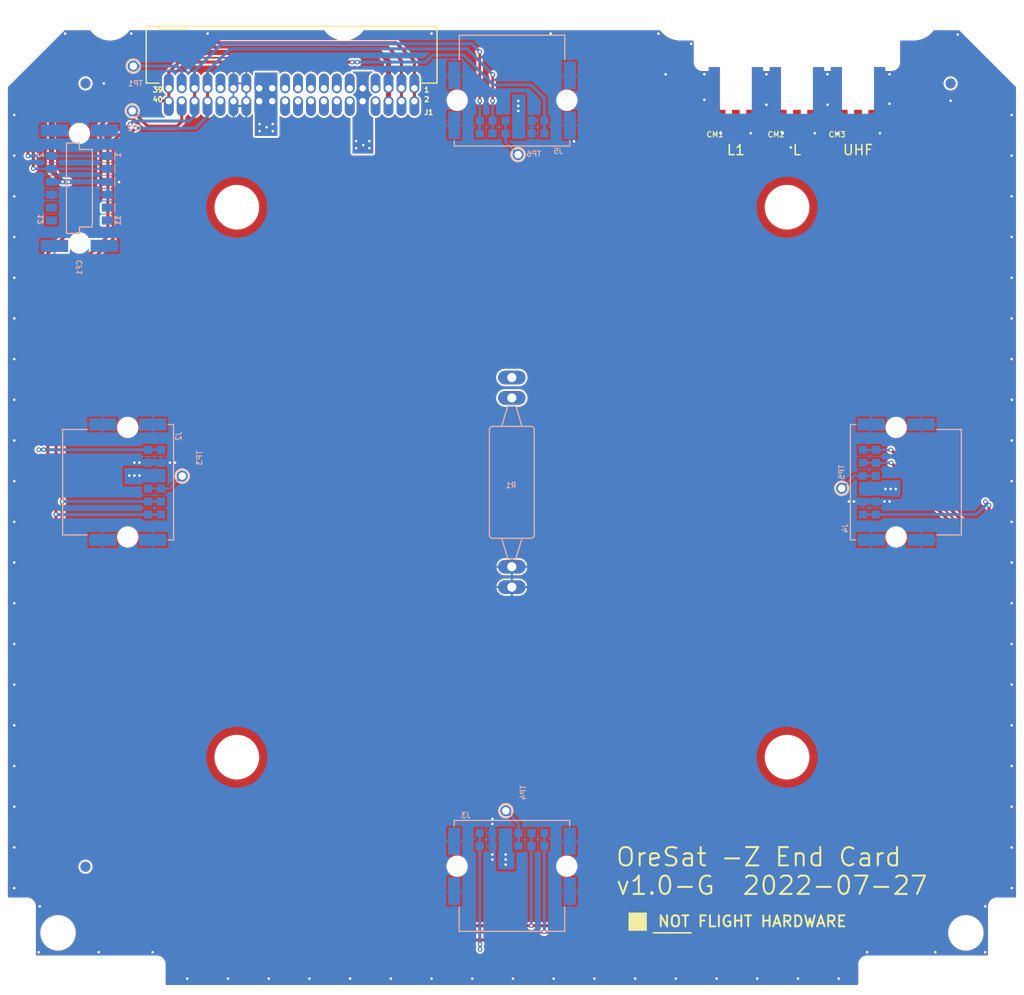
<source format=kicad_pcb>
(kicad_pcb (version 20211014) (generator pcbnew)
  (layers (0 "F.Cu" signal) (1 "In1.Cu" signal) (2 "In2.Cu" signal) (31 "B.Cu" signal) (34 "B.Paste" user) (35 "F.Paste" user) (36 "B.SilkS" user "B.Silkscreen") (37 "F.SilkS" user "F.Silkscreen") (38 "B.Mask" user) (39 "F.Mask" user) (44 "Edge.Cuts" user))
  (net 0 "")
  (net 1 "/CONNECTORS/MAG-SDA")
  (net 2 "GND")
  (net 3 "/CONNECTORS/MAG-SCL")
  (net 4 "/CONNECTORS/MAG-POWER")
  (net 9 "/L BAND/LBAND")
  (net 10 "/UHF/UHF")
  (net 17 "/CONNECTORS/~{SD}")
  (net 18 "/CONNECTORS/VBUS")
  (net 19 "Net-(J2-Pad7)")
  (net 20 "/CONNECTORS/CAN1_H")
  (net 21 "/CONNECTORS/CAN1_L")
  (net 22 "Net-(J3-Pad7)")
  (net 23 "Net-(J4-Pad7)")
  (net 24 "/CONNECTORS/C3-UART-TX")
  (net 25 "/CONNECTORS/C3-UART-RX")
  (net 26 "Net-(J5-Pad7)")
  (net 29 "/CONNECTORS/TURNSTILE-DEPLOY")
  (net 44 "/L1 BAND/L1BAND")
  (footprint "oresat-footprints:J-MOLEX-SMPM-073300-003X" (layer "F.Cu") (at 176.5011 61.7036)
    (fp_text reference "CM2")
    (fp_text value "J-MOLEX-SMPM-73300-003X" hide)
  )
  (footprint "plusz-end-card-with-turnstile:1X01" (layer "F.Cu") (at 149.1011 70.3036 90)
    (fp_text reference "TP6")
    (fp_text value "TEST-POINT-LARGE-SQUARE" hide)
  )
  (footprint "oresat-footprints:H-MCMASTER-94100A150" (layer "F.Cu") (at 175.5311 129.5336)
    (fp_text reference "HW2" hide)
    (fp_text value "MCMASTER-94100A150" hide)
  )
  (footprint "oresat-footprints:H-MCMASTER-94100A150" (layer "F.Cu") (at 121.4711 75.4736)
    (fp_text reference "HW3" hide)
    (fp_text value "MCMASTER-94100A150" hide)
  )
  (footprint "oresat-footprints:J-MOLEX-SMPM-073300-003X" (layer "F.Cu") (at 182.5011 61.7036)
    (fp_text reference "CM3")
    (fp_text value "J-MOLEX-SMPM-73300-003X" hide)
  )
  (footprint "plusz-end-card-with-turnstile:1X01" (layer "F.Cu") (at 116.1011 101.9036 90)
    (fp_text reference "TP3")
    (fp_text value "TEST-POINT-LARGE-SQUARE" hide)
  )
  (footprint "oresat-footprints:H-MCMASTER-94100A150" (layer "F.Cu") (at 121.4711 129.5336)
    (fp_text reference "HW4" hide)
    (fp_text value "MCMASTER-94100A150" hide)
  )
  (footprint "plusz-end-card-with-turnstile:ORESAT-CARD-V1.3-GENERIC-3RF" (layer "F.Cu") (at 98.601098 152.303607)
    (fp_text reference "PCB1" hide)
    (fp_text value "ORESAT-CARD-V1.3-GENERIC-3RF" hide)
    (fp_line (start 97.55 -8.6) (end 99.3 -8.6) (layer "Edge.Cuts") (width 0.001))
    (fp_line (start 31.66795 -94.6) (end 12.13205 -94.6) (layer "Edge.Cuts") (width 0.001))
    (fp_line (start 15.5 -2.4) (end 15.5 -0.5) (layer "Edge.Cuts") (width 0.001))
    (fp_line (start 82.81 -86.4) (end 84.99 -86.4) (layer "Edge.Cuts") (width 0.001))
    (fp_line (start 79.49 -86.9) (end 79.49 -90.6) (layer "Edge.Cuts") (width 0.001))
    (fp_line (start 89.4 -93.6) (end 88.16795 -93.6) (layer "Edge.Cuts") (width 0.001))
    (fp_line (start 68.13205 -93.1) (end 68.13205 -91.1) (layer "Edge.Cuts") (width 0.001))
    (fp_line (start 76.81 -86.4) (end 78.99 -86.4) (layer "Edge.Cuts") (width 0.001))
    (fp_line (start 3.25 -2.9) (end 15 -2.9) (layer "Edge.Cuts") (width 0.001))
    (fp_line (start 70.31 -90.6) (end 70.31 -86.9) (layer "Edge.Cuts") (width 0.001))
    (fp_line (start 76.31 -90.6) (end 73.49 -90.6) (layer "Edge.Cuts") (width 0.001))
    (fp_line (start 85.49 -86.9) (end 85.49 -90.6) (layer "Edge.Cuts") (width 0.001))
    (fp_line (start 94 -94.6) (end 91.13205 -94.6) (layer "Edge.Cuts") (width 0.001))
    (fp_line (start 66.4 -93.6) (end 67.63205 -93.6) (layer "Edge.Cuts") (width 0.001))
    (fp_line (start 82.31 -90.6) (end 79.49 -90.6) (layer "Edge.Cuts") (width 0.001))
    (fp_line (start 2.75 -8.1) (end 2.75 -3.4) (layer "Edge.Cuts") (width 0.001))
    (fp_line (start 5.8 -94.6) (end 0 -88.8) (layer "Edge.Cuts") (width 0.001))
    (fp_line (start 84.3 -0.5) (end 84.3 -2.4) (layer "Edge.Cuts") (width 0.001))
    (fp_line (start 82.31 -86.9) (end 82.31 -90.6) (layer "Edge.Cuts") (width 0.001))
    (fp_line (start 87.16795 -90.6) (end 85.49 -90.6) (layer "Edge.Cuts") (width 0.001))
    (fp_line (start 64.66795 -94.6) (end 35.13205 -94.6) (layer "Edge.Cuts") (width 0.001))
    (fp_line (start 97.05 -3.4) (end 97.05 -8.1) (layer "Edge.Cuts") (width 0.001))
    (fp_line (start 16 0) (end 83.8 0) (layer "Edge.Cuts") (width 0.001))
    (fp_line (start 87.66795 -93.1) (end 87.66795 -91.1) (layer "Edge.Cuts") (width 0.001))
    (fp_line (start 70.81 -86.4) (end 72.99 -86.4) (layer "Edge.Cuts") (width 0.001))
    (fp_line (start 76.31 -86.9) (end 76.31 -90.6) (layer "Edge.Cuts") (width 0.001))
    (fp_line (start 8.66795 -94.6) (end 5.8 -94.6) (layer "Edge.Cuts") (width 0.001))
    (fp_line (start 84.8 -2.9) (end 96.55 -2.9) (layer "Edge.Cuts") (width 0.001))
    (fp_line (start 68.63205 -90.6) (end 70.31 -90.6) (layer "Edge.Cuts") (width 0.001))
    (fp_line (start 73.49 -86.9) (end 73.49 -90.6) (layer "Edge.Cuts") (width 0.001))
    (fp_line (start 99.8 -9.1) (end 99.8 -88.8) (layer "Edge.Cuts") (width 0.001))
    (fp_line (start 0.5 -8.6) (end 2.25 -8.6) (layer "Edge.Cuts") (width 0.001))
    (fp_line (start 0 -88.8) (end 0 -9.1) (layer "Edge.Cuts") (width 0.001))
    (fp_line (start 99.8 -88.8) (end 94 -94.6) (layer "Edge.Cuts") (width 0.001))
    (fp_arc (start 0.5 -8.6) (mid 0.146447 -8.746447) (end 0 -9.1) (layer "Edge.Cuts") (width 0.001))
    (fp_arc (start 79.49 -86.9) (mid 79.343553 -86.546447) (end 78.99 -86.4) (layer "Edge.Cuts") (width 0.001))
    (fp_arc (start 85.49 -86.9) (mid 85.343553 -86.546447) (end 84.99 -86.4) (layer "Edge.Cuts") (width 0.001))
    (fp_arc (start 97.05 -3.4) (mid 96.903553 -3.046447) (end 96.55 -2.9) (layer "Edge.Cuts") (width 0.001))
    (fp_arc (start 16 0) (mid 15.646447 -0.146447) (end 15.5 -0.5) (layer "Edge.Cuts") (width 0.001))
    (fp_arc (start 91.132049 -94.6) (mid 90.399999 -93.86795) (end 89.4 -93.6) (layer "Edge.Cuts") (width 0.001))
    (fp_arc (start 66.399999 -93.6) (mid 65.4 -93.867949) (end 64.66795 -94.6) (layer "Edge.Cuts") (width 0.001))
    (fp_arc (start 99.8 -9.1) (mid 99.653553 -8.746447) (end 99.3 -8.6) (layer "Edge.Cuts") (width 0.001))
    (fp_arc (start 35.132049 -94.599999) (mid 33.399999 -93.600001) (end 31.66795 -94.6) (layer "Edge.Cuts") (width 0.001))
    (fp_arc (start 97.05 -8.1) (mid 97.196447 -8.453553) (end 97.55 -8.6) (layer "Edge.Cuts") (width 0.001))
    (fp_arc (start 70.81 -86.4) (mid 70.456447 -86.546447) (end 70.31 -86.9) (layer "Edge.Cuts") (width 0.001))
    (fp_arc (start 2.25 -8.6) (mid 2.603553 -8.453553) (end 2.75 -8.1) (layer "Edge.Cuts") (width 0.001))
    (fp_arc (start 82.81 -86.4) (mid 82.456447 -86.546447) (end 82.31 -86.9) (layer "Edge.Cuts") (width 0.001))
    (fp_arc (start 3.25 -2.9) (mid 2.896447 -3.046447) (end 2.75 -3.4) (layer "Edge.Cuts") (width 0.001))
    (fp_arc (start 84.3 -2.4) (mid 84.446447 -2.753553) (end 84.8 -2.9) (layer "Edge.Cuts") (width 0.001))
    (fp_arc (start 68.63205 -90.6) (mid 68.278494 -90.746458) (end 68.13205 -91.1) (layer "Edge.Cuts") (width 0.001))
    (fp_arc (start 84.3 -0.5) (mid 84.153553 -0.146447) (end 83.8 0) (layer "Edge.Cuts") (width 0.001))
    (fp_arc (start 87.66795 -91.1) (mid 87.5215 -90.746464) (end 87.16795 -90.6) (layer "Edge.Cuts") (width 0.001))
    (fp_arc (start 15 -2.9) (mid 15.353553 -2.753553) (end 15.5 -2.4) (layer "Edge.Cuts") (width 0.001))
    (fp_arc (start 73.49 -86.9) (mid 73.343553 -86.546447) (end 72.99 -86.4) (layer "Edge.Cuts") (width 0.001))
    (fp_arc (start 67.63205 -93.6) (mid 67.985606 -93.453542) (end 68.13205 -93.1) (layer "Edge.Cuts") (width 0.001))
    (fp_arc (start 87.66795 -93.1) (mid 87.8144 -93.453536) (end 88.16795 -93.6) (layer "Edge.Cuts") (width 0.001))
    (fp_arc (start 76.81 -86.4) (mid 76.456447 -86.546447) (end 76.31 -86.9) (layer "Edge.Cuts") (width 0.001))
    (fp_arc (start 12.132049 -94.599999) (mid 10.399999 -93.600001) (end 8.66795 -94.6) (layer "Edge.Cuts") (width 0.001))
  )
  (footprint "plusz-end-card-with-turnstile:1X01" (layer "F.Cu") (at 180.8988 103.1036 90)
    (fp_text reference "TP5")
    (fp_text value "TEST-POINT-LARGE-SQUARE" hide)
  )
  (footprint "oresat-footprints:J-SAMTEC-TFM-120-X1-XXX-D-RA" (layer "F.Cu") (at 126.8476 64.4144)
    (property "Value" "")
    (fp_text reference "J1")
    (fp_text value "J-SAMTEC-TFM-120-X1-XXX-D-RA")
  )
  (footprint "plusz-end-card-with-turnstile:FLIGHTMARKER_NEW_BOARDS" (layer "F.Cu") (at 160.2011 146.3036)
    (fp_text reference "U$1" hide)
    (fp_text value "FLIGHMARKERNEW" hide)
  )
  (footprint "oresat-footprints:J-MOLEX-SMPM-073300-003X" (layer "F.Cu") (at 170.501107 61.70361)
    (fp_text reference "CM1")
    (fp_text value "J-MOLEX-SMPM-73300-003X" hide)
  )
  (footprint "plusz-end-card-with-turnstile:1X01" (layer "F.Cu") (at 111.3011 61.6036)
    (fp_text reference "TP1")
    (fp_text value "TEST-POINT-LARGE-SQUARE" hide)
  )
  (footprint "plusz-end-card-with-turnstile:1X01" (layer "F.Cu") (at 147.9011 134.8036 90)
    (fp_text reference "TP4")
    (fp_text value "TEST-POINT-LARGE-SQUARE" hide)
  )
  (footprint "plusz-end-card-with-turnstile:FIDUCIAL-1.0X2.0" (layer "F.Cu") (at 191.6011 63.3036)
    (fp_text reference "FIDUCIAL3" hide)
    (fp_text value "FIDUCIAL-1.0X2.0" hide)
  )
  (footprint "oresat-footprints:H-MCMASTER-94100A150" (layer "F.Cu") (at 175.5311 75.4736)
    (fp_text reference "HW1" hide)
    (fp_text value "MCMASTER-94100A150" hide)
  )
  (footprint "plusz-end-card-with-turnstile:FIDUCIAL-1.0X2.0" (layer "F.Cu") (at 106.6011 140.3036)
    (fp_text reference "FIDUCIAL1" hide)
    (fp_text value "FIDUCIAL-1.0X2.0" hide)
  )
  (footprint "plusz-end-card-with-turnstile:1X01" (layer "F.Cu") (at 111.2011 66.0036)
    (fp_text reference "TP2")
    (fp_text value "TEST-POINT-LARGE-SQUARE" hide)
  )
  (footprint "plusz-end-card-with-turnstile:FIDUCIAL-1.0X2.0" (layer "F.Cu") (at 106.6011 63.3036)
    (fp_text reference "FIDUCIAL2" hide)
    (fp_text value "FIDUCIAL-1.0X2.0" hide)
  )
  (footprint "oresat-footprints:J-Harwin-M55-7101242R" (layer "B.Cu") (at 186.2511 102.5036 -90)
    (fp_text reference "J4")
    (fp_text value "Harwin M55-7101242R" hide)
  )
  (footprint "plusz-end-card-with-turnstile:FIDUCIAL-1.0X2.0" (layer "B.Cu") (at 106.6011 63.3036 180)
    (fp_text reference "FIDUCIAL4" hide)
    (fp_text value "FIDUCIAL-1.0X2.0" hide)
  )
  (footprint "oresat-footprints:J-Harwin-M55-7101242R" (layer "B.Cu") (at 148.5011 140.2536 180)
    (fp_text reference "J3")
    (fp_text value "Harwin M55-7101242R" hide)
  )
  (footprint "oresat-footprints:J-Harwin-M55-7101242R" (layer "B.Cu") (at 110.7511 102.5036 90)
    (fp_text reference "J2")
    (fp_text value "Harwin M55-7101242R" hide)
  )
  (footprint "plusz-end-card-with-turnstile:HARWIN-M55-60X1242R" (layer "B.Cu") (at 106.0011 73.6036 -90)
    (fp_text reference "CF1")
    (fp_text value "J-HARWIN-M55-6001242R" hide)
  )
  (footprint "plusz-end-card-with-turnstile:FIDUCIAL-1.0X2.0" (layer "B.Cu") (at 191.6011 63.3036 180)
    (fp_text reference "FIDUCIAL5" hide)
    (fp_text value "FIDUCIAL-1.0X2.0" hide)
  )
  (footprint "plusz-end-card-with-turnstile:FIDUCIAL-1.0X2.0" (layer "B.Cu") (at 106.6011 140.3036 180)
    (fp_text reference "FIDUCIAL6" hide)
    (fp_text value "FIDUCIAL-1.0X2.0" hide)
  )
  (footprint "oresat-footprints:J-Harwin-M55-7101242R" (layer "B.Cu") (at 148.508 64.9594)
    (fp_text reference "J5")
    (fp_text value "Harwin M55-7101242R" hide)
  )
  (footprint "oresat-footprints:R-PAC100-FOR-MELTWIRE" (layer "B.Cu") (at 148.4884 102.5144)
    (fp_text reference "R1")
    (fp_text value "7.5  1W" hide)
  )
  (gr_text "v1.0-G  2022-07-27" (at 158.601105 143.2036) (layer "F.SilkS") (effects (font (size 1.8 1.8) (thickness 0.2)) (justify left bottom)))
  (gr_text "OreSat -Z End Card" (at 158.601105 140.403605) (layer "F.SilkS") (effects (font (size 1.8 1.8) (thickness 0.2)) (justify left bottom)))
  (gr_text "L1\n" (at 170.499 69.85) (layer "F.SilkS") (effects (font (size 1 1))))
  (gr_text "L" (at 176.499 69.85) (layer "F.SilkS") (effects (font (size 1 1))))
  (gr_text "UHF" (at 182.499 69.85) (layer "F.SilkS") (effects (font (size 1 1))))
  (segment (start 100.9396 64.3151) (end 105.9511 59.3036) (width 0.3) (layer "F.Cu") (net 1))
  (segment (start 105.9511 59.3036) (end 137.1011 59.3036) (width 0.3) (layer "F.Cu") (net 1))
  (segment (start 138.9161 61.1186) (end 138.9161 65.0386) (width 0.3) (layer "F.Cu") (net 1))
  (segment (start 100.9396 70.4342) (end 100.9396 64.3151) (width 0.3) (layer "F.Cu") (net 1))
  (segment (start 137.1011 59.3036) (end 138.9161 61.1186) (width 0.3) (layer "F.Cu") (net 1))
  (via (at 100.9396 70.4342) (size 0.4572) (drill 0.254) (layers "F.Cu" "B.Cu") (net 1))
  (segment (start 100.9452 70.4286) (end 108.7511 70.4286) (width 0.3) (layer "B.Cu") (net 1))
  (segment (start 100.9396 70.4342) (end 100.9452 70.4286) (width 0.3) (layer "B.Cu") (net 1))
  (via (at 197.6011 90.4036) (size 0.4572) (drill 0.254) (layers "F.Cu" "B.Cu") (net 2))
  (via (at 99.6011 114.4036) (size 0.4572) (drill 0.254) (layers "F.Cu" "B.Cu") (net 2))
  (via (at 140.6011 58.4036) (size 0.4572) (drill 0.254) (layers "F.Cu" "B.Cu") (net 2))
  (via (at 171.958 68.199) (size 0.4572) (drill 0.254) (layers "F.Cu" "B.Cu") (net 2))
  (via (at 107.9011 148.7036) (size 0.4572) (drill 0.254) (layers "F.Cu" "B.Cu") (net 2))
  (via (at 109.9011 73.0036) (size 0.4572) (drill 0.254) (layers "F.Cu" "B.Cu") (net 2))
  (via (at 99.6011 102.4036) (size 0.4572) (drill 0.254) (layers "F.Cu" "B.Cu") (net 2))
  (via (at 99.6011 122.4036) (size 0.4572) (drill 0.254) (layers "F.Cu" "B.Cu") (net 2))
  (via (at 182.1016 104.399) (size 0.4572) (drill 0.254) (layers "F.Cu" "B.Cu") (net 2))
  (via (at 166.1011 59.4036) (size 0.4572) (drill 0.254) (layers "F.Cu" "B.Cu") (net 2))
  (via (at 197.6011 142.4036) (size 0.4572) (drill 0.254) (layers "F.Cu" "B.Cu") (net 2))
  (via (at 197.6011 66.4036) (size 0.4572) (drill 0.254) (layers "F.Cu" "B.Cu") (net 2))
  (via (at 197.6011 106.4036) (size 0.4572) (drill 0.254) (layers "F.Cu" "B.Cu") (net 2))
  (via (at 99.6011 70.4036) (size 0.4572) (drill 0.254) (layers "F.Cu" "B.Cu") (net 2))
  (via (at 190.1011 148.7036) (size 0.4572) (drill 0.254) (layers "F.Cu" "B.Cu") (net 2))
  (via (at 183.4011 148.7036) (size 0.4572) (drill 0.254) (layers "F.Cu" "B.Cu") (net 2))
  (via (at 140.6011 151.3036) (size 0.4572) (drill 0.254) (layers "F.Cu" "B.Cu") (net 2))
  (via (at 114.9006 100.579) (size 0.4572) (drill 0.254) (layers "F.Cu" "B.Cu") (net 2))
  (via (at 99.6011 90.4036) (size 0.4572) (drill 0.254) (layers "F.Cu" "B.Cu") (net 2))
  (via (at 197.6011 98.4036) (size 0.4572) (drill 0.254) (layers "F.Cu" "B.Cu") (net 2))
  (via (at 173.5011 62.4036) (size 0.4572) (drill 0.254) (layers "F.Cu" "B.Cu") (net 2))
  (via (at 99.6011 86.4036) (size 0.4572) (drill 0.254) (layers "F.Cu" "B.Cu") (net 2))
  (via (at 167.4011 62.4036) (size 0.4572) (drill 0.254) (layers "F.Cu" "B.Cu") (net 2))
  (via (at 113.2011 148.7036) (size 0.4572) (drill 0.254) (layers "F.Cu" "B.Cu") (net 2))
  (via (at 197.6011 94.4036) (size 0.4572) (drill 0.254) (layers "F.Cu" "B.Cu") (net 2))
  (via (at 111.4006 100.579) (size 0.4572) (drill 0.254) (layers "F.Cu" "B.Cu") (net 2))
  (via (at 180.6011 151.3036) (size 0.4572) (drill 0.254) (layers "F.Cu" "B.Cu") (net 2))
  (via (at 197.6011 86.4036) (size 0.4572) (drill 0.254) (layers "F.Cu" "B.Cu") (net 2))
  (via (at 99.6011 82.4036) (size 0.4572) (drill 0.254) (layers "F.Cu" "B.Cu") (net 2))
  (via (at 185.6016 104.399) (size 0.4572) (drill 0.254) (layers "F.Cu" "B.Cu") (net 2))
  (via (at 120.6011 151.3036) (size 0.4572) (drill 0.254) (layers "F.Cu" "B.Cu") (net 2))
  (via (at 197.6011 122.4036) (size 0.4572) (drill 0.254) (layers "F.Cu" "B.Cu") (net 2))
  (via (at 197.6011 82.4036) (size 0.4572) (drill 0.254) (layers "F.Cu" "B.Cu") (net 2))
  (via (at 184.658 68.199) (size 0.4572) (drill 0.254) (layers "F.Cu" "B.Cu") (net 2))
  (via (at 111.1011 58.4036) (size 0.4572) (drill 0.254) (layers "F.Cu" "B.Cu") (net 2))
  (via (at 144.6011 151.3036) (size 0.4572) (drill 0.254) (layers "F.Cu" "B.Cu") (net 2))
  (via (at 185.6011 65.3036) (size 0.4572) (drill 0.254) (layers "F.Cu" "B.Cu") (net 2))
  (via (at 128.6011 151.3036) (size 0.4572) (drill 0.254) (layers "F.Cu" "B.Cu") (net 2))
  (via (at 156.6011 151.3036) (size 0.4572) (drill 0.254) (layers "F.Cu" "B.Cu") (net 2))
  (via (at 178.2572 68.199) (size 0.4572) (drill 0.254) (layers "F.Cu" "B.Cu") (net 2))
  (via (at 167.4011 64.9036) (size 0.4572) (drill 0.254) (layers "F.Cu" "B.Cu") (net 2))
  (via (at 146.5784 139.6022) (size 0.4572) (drill 0.254) (layers "F.Cu" "B.Cu") (net 2))
  (via (at 163.6011 62.4036) (size 0.4572) (drill 0.254) (layers "F.Cu" "B.Cu") (net 2))
  (via (at 169.037 68.199) (size 0.4572) (drill 0.254) (layers "F.Cu" "B.Cu") (net 2))
  (via (at 197.6011 114.4036) (size 0.4572) (drill 0.254) (layers "F.Cu" "B.Cu") (net 2))
  (via (at 99.6011 74.4036) (size 0.4572) (drill 0.254) (layers "F.Cu" "B.Cu") (net 2))
  (via (at 99.6011 106.4036) (size 0.4572) (drill 0.254) (layers "F.Cu" "B.Cu") (net 2))
  (via (at 99.6011 118.4036) (size 0.4572) (drill 0.254) (layers "F.Cu" "B.Cu") (net 2))
  (via (at 104.6011 58.4036) (size 0.4572) (drill 0.254) (layers "F.Cu" "B.Cu") (net 2))
  (via (at 99.6011 142.4036) (size 0.4572) (drill 0.254) (layers "F.Cu" "B.Cu") (net 2))
  (via (at 102.1011 144.2036) (size 0.4572) (drill 0.254) (layers "F.Cu" "B.Cu") (net 2))
  (via (at 185.6011 62.4036) (size 0.4572) (drill 0.254) (layers "F.Cu" "B.Cu") (net 2))
  (via (at 197.6011 74.4036) (size 0.4572) (drill 0.254) (layers "F.Cu" "B.Cu") (net 2))
  (via (at 108.4011 63.3036) (size 0.4572) (drill 0.254) (layers "F.Cu" "B.Cu") (net 2))
  (via (at 179.5011 65.4036) (size 0.4572) (drill 0.254) (layers "F.Cu" "B.Cu") (net 2))
  (via (at 116.6011 151.3036) (size 0.4572) (drill 0.254) (layers "F.Cu" "B.Cu") (net 2))
  (via (at 124.6011 151.3036) (size 0.4572) (drill 0.254) (layers "F.Cu" "B.Cu") (net 2))
  (via (at 172.6011 151.3036) (size 0.4572) (drill 0.254) (layers "F.Cu" "B.Cu") (net 2))
  (via (at 99.6011 134.4036) (size 0.4572) (drill 0.254) (layers "F.Cu" "B.Cu") (net 2))
  (via (at 179.5011 62.4036) (size 0.4572) (drill 0.254) (layers "F.Cu" "B.Cu") (net 2))
  (via (at 180.5432 68.199) (size 0.4572) (drill 0.254) (layers "F.Cu" "B.Cu") (net 2))
  (via (at 197.6011 130.4036) (size 0.4572) (drill 0.254) (layers "F.Cu" "B.Cu") (net 2))
  (via (at 197.6011 110.4036) (size 0.4572) (drill 0.254) (layers "F.Cu" "B.Cu") (net 2))
  (via (at 197.6011 138.4036) (size 0.4572) (drill 0.254) (layers "F.Cu" "B.Cu") (net 2))
  (via (at 146.5784 135.6022) (size 0.4572) (drill 0.254) (layers "F.Cu" "B.Cu") (net 2))
  (via (at 175.9011 69.6036) (size 0.4572) (drill 0.254) (layers "F.Cu" "B.Cu") (net 2))
  (via (at 164.6011 151.3036) (size 0.4572) (drill 0.254) (layers "F.Cu" "B.Cu") (net 2))
  (via (at 118.6011 58.4036) (size 0.4572) (drill 0.254) (layers "F.Cu" "B.Cu") (net 2))
  (via (at 152.3011 58.4036) (size 0.4572) (drill 0.254) (layers "F.Cu" "B.Cu") (net 2))
  (via (at 111.9006 100.579) (size 0.4572) (drill 0.254) (layers "F.Cu" "B.Cu") (net 2))
  (via (at 99.6011 78.4036) (size 0.4572) (drill 0.254) (layers "F.Cu" "B.Cu") (net 2))
  (via (at 146.5784 136.1022) (size 0.4572) (drill 0.254) (layers "F.Cu" "B.Cu") (net 2))
  (via (at 99.6011 126.4036) (size 0.4572) (drill 0.254) (layers "F.Cu" "B.Cu") (net 2))
  (via (at 197.6011 134.4036) (size 0.4572) (drill 0.254) (layers "F.Cu" "B.Cu") (net 2))
  (via (at 192.3011 58.5036) (size 0.4572) (drill 0.254) (layers "F.Cu" "B.Cu") (net 2))
  (via (at 136.6011 151.3036) (size 0.4572) (drill 0.254) (layers "F.Cu" "B.Cu") (net 2))
  (via (at 99.6011 98.4036) (size 0.4572) (drill 0.254) (layers "F.Cu" "B.Cu") (net 2))
  (via (at 197.6011 126.4036) (size 0.4572) (drill 0.254) (layers "F.Cu" "B.Cu") (net 2))
  (via (at 195.0011 148.7036) (size 0.4572) (drill 0.254) (layers "F.Cu" "B.Cu") (net 2))
  (via (at 176.6011 151.3036) (size 0.4572) (drill 0.254) (layers "F.Cu" "B.Cu") (net 2))
  (via (at 185.1016 104.399) (size 0.4572) (drill 0.254) (layers "F.Cu" "B.Cu") (net 2))
  (via (at 162.9011 58.4036) (size 0.4572) (drill 0.254) (layers "F.Cu" "B.Cu") (net 2))
  (via (at 160.6011 151.3036) (size 0.4572) (drill 0.254) (layers "F.Cu" "B.Cu") (net 2))
  (via (at 115.4006 100.579) (size 0.4572) (drill 0.254) (layers "F.Cu" "B.Cu") (net 2))
  (via (at 99.6011 66.4036) (size 0.4572) (drill 0.254) (layers "F.Cu" "B.Cu") (net 2))
  (via (at 175.0568 68.199) (size 0.4572) (drill 0.254) (layers "F.Cu" "B.Cu") (net 2))
  (via (at 197.6011 102.4036) (size 0.4572) (drill 0.254) (layers "F.Cu" "B.Cu") (net 2))
  (via (at 146.5784 139.1022) (size 0.4572) (drill 0.254) (layers "F.Cu" "B.Cu") (net 2))
  (via (at 197.6011 78.4036) (size 0.4572) (drill 0.254) (layers "F.Cu" "B.Cu") (net 2))
  (via (at 116.7011 62.0036) (size 0.4572) (drill 0.254) (layers "F.Cu" "B.Cu") (net 2))
  (via (at 168.6011 151.3036) (size 0.4572) (drill 0.254) (layers "F.Cu" "B.Cu") (net 2))
  (via (at 99.6011 138.4036) (size 0.4572) (drill 0.254) (layers "F.Cu" "B.Cu") (net 2))
  (via (at 197.6011 70.4036) (size 0.4572) (drill 0.254) (layers "F.Cu" "B.Cu") (net 2))
  (via (at 102.0011 148.7036) (size 0.4572) (drill 0.254) (layers "F.Cu" "B.Cu") (net 2))
  (via (at 132.6011 151.3036) (size 0.4572) (drill 0.254) (layers "F.Cu" "B.Cu") (net 2))
  (via (at 148.6011 151.3036) (size 0.4572) (drill 0.254) (layers "F.Cu" "B.Cu") (net 2))
  (via (at 99.6011 110.4036) (size 0.4572) (drill 0.254) (layers "F.Cu" "B.Cu") (net 2))
  (via (at 152.6011 151.3036) (size 0.4572) (drill 0.254) (layers "F.Cu" "B.Cu") (net 2))
  (via (at 99.6011 130.4036) (size 0.4572) (drill 0.254) (layers "F.Cu" "B.Cu") (net 2))
  (via (at 197.6011 118.4036) (size 0.4572) (drill 0.254) (layers "F.Cu" "B.Cu") (net 2))
  (via (at 173.5011 65.4036) (size 0.4572) (drill 0.254) (layers "F.Cu" "B.Cu") (net 2))
  (via (at 99.6011 94.4036) (size 0.4572) (drill 0.254) (layers "F.Cu" "B.Cu") (net 2))
  (via (at 154.6011 69.0036) (size 0.4572) (drill 0.254) (layers "F.Cu" "B.Cu") (net 2))
  (via (at 191.6011 65.0036) (size 0.4572) (drill 0.254) (layers "F.Cu" "B.Cu") (net 2))
  (via (at 181.6016 104.399) (size 0.4572) (drill 0.254) (layers "F.Cu" "B.Cu") (net 2))
  (via (at 195.0011 144.2036) (size 0.4572) (drill 0.254) (layers "F.Cu" "B.Cu") (net 2))
  (segment (start 114.0206 100.584) (end 112.7506 100.584) (width 0.6) (layer "B.Cu") (net 2))
  (segment (start 114.8956 100.584) (end 114.0206 100.584) (width 0.6) (layer "B.Cu") (net 2))
  (segment (start 111.9006 100.579) (end 111.4006 100.579) (width 0.6) (layer "B.Cu") (net 2))
  (segment (start 150.4061 68.0236) (end 150.4061 66.7536) (width 0.3) (layer "B.Cu") (net 2))
  (segment (start 115.4006 100.579) (end 114.9006 100.579) (width 0.6) (layer "B.Cu") (net 2))
  (segment (start 181.6016 104.399) (end 181.6066 104.394) (width 0.6) (layer "B.Cu") (net 2))
  (segment (start 146.5834 135.6072) (end 146.5834 139.5972) (width 0.6) (layer "B.Cu") (net 2))
  (segment (start 185.5966 104.394) (end 185.6016 104.399) (width 0.6) (layer "B.Cu") (net 2))
  (segment (start 146.5784 135.6022) (end 146.5834 135.6072) (width 0.6) (layer "B.Cu") (net 2))
  (segment (start 112.7506 100.584) (end 111.9056 100.584) (width 0.6) (layer "B.Cu") (net 2))
  (segment (start 146.5834 139.5972) (end 146.5784 139.6022) (width 0.6) (layer "B.Cu") (net 2))
  (segment (start 181.6066 104.394) (end 185.5966 104.394) (width 0.6) (layer "B.Cu") (net 2))
  (segment (start 101.473 71.6788) (end 101.473 64.385575) (width 0.3) (layer "F.Cu") (net 3))
  (segment (start 136.3011 59.7306) (end 137.6461 61.0756) (width 0.3) (layer "F.Cu") (net 3))
  (segment (start 137.6461 61.0756) (end 137.6461 65.0386) (width 0.3) (layer "F.Cu") (net 3))
  (segment (start 106.127975 59.7306) (end 136.3011 59.7306) (width 0.3) (layer "F.Cu") (net 3))
  (segment (start 101.473 64.385575) (end 106.127975 59.7306) (width 0.3) (layer "F.Cu") (net 3))
  (via (at 101.473 71.6788) (size 0.4572) (drill 0.254) (layers "F.Cu" "B.Cu") (net 3))
  (segment (start 101.4928 71.6986) (end 101.473 71.6788) (width 0.25) (layer "B.Cu") (net 3))
  (segment (start 108.7511 71.6986) (end 101.4928 71.6986) (width 0.25) (layer "B.Cu") (net 3))
  (segment (start 106.346268 60.2576) (end 103.255037 63.348832) (width 0.5) (layer "F.Cu") (net 4))
  (segment (start 103.255037 63.348832) (end 103.255037 71.878137) (width 0.5) (layer "F.Cu") (net 4))
  (segment (start 104.3511 72.9742) (end 104.9511 72.9742) (width 0.5) (layer "F.Cu") (net 4))
  (segment (start 103.255037 71.878137) (end 104.3511 72.9742) (width 0.5) (layer "F.Cu") (net 4))
  (segment (start 135.5011 60.2576) (end 106.346268 60.2576) (width 0.5) (layer "F.Cu") (net 4))
  (segment (start 136.3761 65.0386) (end 136.3761 61.1326) (width 0.5) (layer "F.Cu") (net 4))
  (segment (start 136.3761 61.1326) (end 135.5011 60.2576) (width 0.5) (layer "F.Cu") (net 4))
  (via (at 104.3511 72.9742) (size 0.4572) (drill 0.254) (layers "F.Cu" "B.Cu") (net 4))
  (via (at 104.9511 72.9742) (size 0.4572) (drill 0.254) (layers "F.Cu" "B.Cu") (net 4))
  (segment (start 104.3511 72.9742) (end 108.7361 72.9742) (width 0.5) (layer "B.Cu") (net 4))
  (segment (start 104.3511 72.9742) (end 103.2661 72.9742) (width 0.5) (layer "B.Cu") (net 4))
  (segment (start 110.5011 65.0036) (end 114.7511 65.0036) (width 0.3) (layer "F.Cu") (net 17))
  (segment (start 145.3192 147.5036) (end 187.6011 147.5036) (width 0.3) (layer "F.Cu") (net 17))
  (segment (start 114.7861 63.7686) (end 114.7861 65.0386) (width 0.3) (layer "F.Cu") (net 17))
  (segment (start 102.9011 141.5721) (end 102.9011 80.0036) (width 0.3) (layer "F.Cu") (net 17))
  (segment (start 195.3768 104.775) (end 195.0212 104.4194) (width 0.3) (layer "F.Cu") (net 17))
  (segment (start 132.8011 61.2036) (end 115.8011 61.2036) (width 0.3) (layer "F.Cu") (net 17))
  (segment (start 108.8326 147.5036) (end 102.9011 141.5721) (width 0.3) (layer "F.Cu") (net 17))
  (segment (start 102.889 99.314) (end 102.489 99.314) (width 0.3) (layer "F.Cu") (net 17))
  (segment (start 102.489 99.314) (end 101.989 99.314) (width 0.3) (layer "F.Cu") (net 17))
  (segment (start 195.3768 139.7279) (end 195.3768 104.775) (width 0.3) (layer "F.Cu") (net 17))
  (segment (start 108.1011 67.4036) (end 110.5011 65.0036) (width 0.3) (layer "F.Cu") (net 17))
  (segment (start 145.3192 147.5036) (end 108.8326 147.5036) (width 0.3) (layer "F.Cu") (net 17))
  (segment (start 187.6011 147.5036) (end 195.3768 139.7279) (width 0.3) (layer "F.Cu") (net 17))
  (segment (start 102.9011 80.0036) (end 108.1011 74.8036) (width 0.3) (layer "F.Cu") (net 17))
  (segment (start 145.3638 147.5482) (end 145.3192 147.5036) (width 0.3) (layer "F.Cu") (net 17))
  (segment (start 114.7861 63.7686) (end 114.7861 62.2186) (width 0.3) (layer "F.Cu") (net 17))
  (segment (start 115.8011 61.2036) (end 114.7861 62.2186) (width 0.3) (layer "F.Cu") (net 17))
  (segment (start 145.3638 148.4276) (end 145.3638 147.5482) (width 0.3) (layer "F.Cu") (net 17))
  (segment (start 133.3011 61.2036) (end 132.8011 61.2036) (width 0.3) (layer "F.Cu") (net 17))
  (segment (start 108.1011 67.4036) (end 108.1011 74.8036) (width 0.3) (layer "F.Cu") (net 17))
  (via (at 133.3011 61.2036) (size 0.4572) (drill 0.254) (layers "F.Cu" "B.Cu") (net 17))
  (via (at 102.489 99.314) (size 0.4572) (drill 0.254) (layers "F.Cu" "B.Cu") (net 17))
  (via (at 195.3768 104.775) (size 0.4572) (drill 0.254) (layers "F.Cu" "B.Cu") (net 17))
  (via (at 145.3638 147.9276) (size 0.4572) (drill 0.254) (layers "F.Cu" "B.Cu") (net 17))
  (via (at 145.3638 148.4276) (size 0.4572) (drill 0.254) (layers "F.Cu" "B.Cu") (net 17))
  (via (at 102.0064 99.314) (size 0.4572) (drill 0.254) (layers "F.Cu" "B.Cu") (net 17))
  (via (at 195.0212 104.4194) (size 0.4572) (drill 0.254) (layers "F.Cu" "B.Cu") (net 17))
  (via (at 132.8011 61.2036) (size 0.4572) (drill 0.254) (layers "F.Cu" "B.Cu") (net 17))
  (segment (start 132.8011 61.2036) (end 140.0011 61.2036) (width 0.3) (layer "B.Cu") (net 17))
  (segment (start 145.3638 147.9276) (end 145.3638 148.4276) (width 0.3) (layer "B.Cu") (net 17))
  (segment (start 140.0011 61.2036) (end 140.7011 60.5036) (width 0.3) (layer "B.Cu") (net 17))
  (segment (start 184.2511 105.6786) (end 182.9811 105.6786) (width 0.3) (layer "B.Cu") (net 17))
  (segment (start 102.014 99.289) (end 101.989 99.314) (width 0.3) (layer "B.Cu") (net 17))
  (segment (start 150.368 63.4492) (end 151.683 64.7642) (width 0.3) (layer "B.Cu") (net 17))
  (segment (start 195.199 104.5972) (end 194.1176 105.6786) (width 0.3) (layer "B.Cu") (net 17))
  (segment (start 195.0212 104.4194) (end 195.3768 104.775) (width 0.3) (layer "B.Cu") (net 17))
  (segment (start 145.3388 137.0076) (end 145.3388 138.2776) (width 0.3) (layer "B.Cu") (net 17))
  (segment (start 146.685 63.4492) (end 150.368 63.4492) (width 0.3) (layer "B.Cu") (net 17))
  (segment (start 143.7394 60.5036) (end 146.685 63.4492) (width 0.3) (layer "B.Cu") (net 17))
  (segment (start 194.1176 105.6786) (end 184.2511 105.6786) (width 0.3) (layer "B.Cu") (net 17))
  (segment (start 140.7011 60.5036) (end 143.7394 60.5036) (width 0.3) (layer "B.Cu") (net 17))
  (segment (start 145.3388 138.2776) (end 145.3388 147.902604) (width 0.3) (layer "B.Cu") (net 17))
  (segment (start 151.683 64.7642) (end 151.683 68.2294) (width 0.3) (layer "B.Cu") (net 17))
  (segment (start 151.6761 68.0236) (end 151.6761 66.7536) (width 0.3) (layer "B.Cu") (net 17))
  (segment (start 112.7511 99.314) (end 102.0261 99.314) (width 0.3) (layer "B.Cu") (net 17))
  (segment (start 114.0211 99.314) (end 112.7511 99.314) (width 0.3) (layer "B.Cu") (net 17))
  (via (at 186.2011 103.1733) (size 0.4572) (drill 0.254) (layers "F.Cu" "B.Cu") (net 18))
  (via (at 147.8788 140.0984) (size 0.4572) (drill 0.254) (layers "F.Cu" "B.Cu") (net 18))
  (via (at 123.7011 67.3036) (size 0.4572) (drill 0.254) (layers "F.Cu" "B.Cu") (net 18))
  (via (at 123.7011 68.0036) (size 0.4572) (drill 0.254) (layers "F.Cu" "B.Cu") (net 18))
  (via (at 124.4011 67.6036) (size 0.4572) (drill 0.254) (layers "F.Cu" "B.Cu") (net 18))
  (via (at 111.4011 101.854) (size 0.4572) (drill 0.254) (layers "F.Cu" "B.Cu") (net 18))
  (via (at 147.8788 139.0984) (size 0.4572) (drill 0.254) (layers "F.Cu" "B.Cu") (net 18))
  (via (at 111.9011 101.854) (size 0.4572) (drill 0.254) (layers "F.Cu" "B.Cu") (net 18))
  (via (at 125.0011 68.0036) (size 0.4572) (drill 0.254) (layers "F.Cu" "B.Cu") (net 18))
  (via (at 147.8788 139.5984) (size 0.4572) (drill 0.254) (layers "F.Cu" "B.Cu") (net 18))
  (via (at 125.0011 67.3036) (size 0.4572) (drill 0.254) (layers "F.Cu" "B.Cu") (net 18))
  (via (at 149.1234 65.024) (size 0.4572) (drill 0.254) (layers "F.Cu" "B.Cu") (net 18))
  (via (at 185.2011 103.1733) (size 0.4572) (drill 0.254) (layers "F.Cu" "B.Cu") (net 18))
  (via (at 185.7011 103.1733) (size 0.4572) (drill 0.254) (layers "F.Cu" "B.Cu") (net 18))
  (via (at 110.9011 101.854) (size 0.4572) (drill 0.254) (layers "F.Cu" "B.Cu") (net 18))
  (via (at 149.1234 66.0146) (size 0.4572) (drill 0.254) (layers "F.Cu" "B.Cu") (net 18))
  (via (at 149.1234 65.5066) (size 0.4572) (drill 0.254) (layers "F.Cu" "B.Cu") (net 18))
  (segment (start 112.7511 103.1386) (end 114.8661 103.1386) (width 0.25) (layer "B.Cu") (net 19))
  (segment (start 114.8661 103.1386) (end 116.1011 101.9036) (width 0.25) (layer "B.Cu") (net 19))
  (segment (start 193.8741 139.1036) (end 193.8741 108.7079) (width 0.3) (layer "F.Cu") (net 20))
  (segment (start 118.5961 65.0386) (end 118.5961 63.7686) (width 0.3) (layer "F.Cu") (net 20))
  (segment (start 109.3281 146.1036) (end 186.8741 146.1036) (width 0.3) (layer "F.Cu") (net 20))
  (segment (start 185.7648 100.5986) (end 185.761 100.5986) (width 0.3) (layer "F.Cu") (net 20))
  (segment (start 104.3011 83.6036) (end 104.3011 141.0766) (width 0.3) (layer "F.Cu") (net 20))
  (segment (start 104.3011 141.0766) (end 109.3281 146.1036) (width 0.3) (layer "F.Cu") (net 20))
  (segment (start 146.603 62.4644) (end 146.629958 62.437442) (width 0.25) (layer "F.Cu") (net 20))
  (segment (start 146.603 65.0044) (end 146.603 62.4644) (width 0.25) (layer "F.Cu") (net 20))
  (segment (start 109.3011 69.9036) (end 109.3011 78.6036) (width 0.3) (layer "F.Cu") (net 20))
  (segment (start 193.8741 108.7079) (end 185.7648 100.5986) (width 0.3) (layer "F.Cu") (net 20))
  (segment (start 111.5011 67.7036) (end 109.3011 69.9036) (width 0.3) (layer "F.Cu") (net 20))
  (segment (start 109.3011 78.6036) (end 104.3011 83.6036) (width 0.3) (layer "F.Cu") (net 20))
  (segment (start 186.8741 146.1036) (end 193.8741 139.1036) (width 0.3) (layer "F.Cu") (net 20))
  (via (at 104.3067 104.399) (size 0.4572) (drill 0.254) (layers "F.Cu" "B.Cu") (net 20))
  (via (at 146.629958 62.437442) (size 0.4572) (drill 0.254) (layers "F.Cu" "B.Cu") (net 20))
  (via (at 185.761 100.5986) (size 0.4572) (drill 0.254) (layers "F.Cu" "B.Cu") (net 20))
  (via (at 150.3984 146.1022) (size 0.4572) (drill 0.254) (layers "F.Cu" "B.Cu") (net 20))
  (via (at 111.5011 67.7036) (size 0.4572) (drill 0.254) (layers "F.Cu" "B.Cu") (net 20))
  (via (at 146.603 65.0044) (size 0.4572) (drill 0.254) (layers "F.Cu" "B.Cu") (net 20))
  (segment (start 118.5961 62.1086) (end 118.5961 63.7686) (width 0.3) (layer "B.Cu") (net 20))
  (segment (start 150.3934 138.2522) (end 150.3934 146.1022) (width 0.3) (layer "B.Cu") (net 20))
  (segment (start 150.4061 138.2536) (end 150.4061 136.9836) (width 0.25) (layer "B.Cu") (net 20))
  (segment (start 112.7567 104.394) (end 104.3117 104.394) (width 0.3) (layer "B.Cu") (net 20))
  (segment (start 146.603 68.2294) (end 146.603 66.9594) (width 0.25) (layer "B.Cu") (net 20))
  (segment (start 182.9811 100.5986) (end 185.761 100.5986) (width 0.25) (layer "B.Cu") (net 20))
  (segment (start 114.0267 104.394) (end 112.7567 104.394) (width 0.3) (layer "B.Cu") (net 20))
  (segment (start 120.8011 59.9036) (end 118.5961 62.1086) (width 0.3) (layer "B.Cu") (net 20))
  (segment (start 117.4011 67.7036) (end 111.5011 67.7036) (width 0.3) (layer "B.Cu") (net 20))
  (segment (start 118.5961 65.0386) (end 118.5961 66.5086) (width 0.3) (layer "B.Cu") (net 20))
  (segment (start 146.603 66.9594) (end 146.603 65.0044) (width 0.25) (layer "B.Cu") (net 20))
  (segment (start 146.629958 62.437442) (end 144.096116 59.9036) (width 0.3) (layer "B.Cu") (net 20))
  (segment (start 144.096116 59.9036) (end 120.8011 59.9036) (width 0.3) (layer "B.Cu") (net 20))
  (segment (start 118.5961 66.5086) (end 117.4011 67.7036) (width 0.3) (layer "B.Cu") (net 20))
  (segment (start 187.4011 146.7036) (end 194.4011 139.7036) (width 0.3) (layer "F.Cu") (net 21))
  (segment (start 194.4011 107.9649) (end 185.7648 99.3286) (width 0.3) (layer "F.Cu") (net 21))
  (segment (start 194.4011 139.7036) (end 194.4011 107.9649) (width 0.3) (layer "F.Cu") (net 21))
  (segment (start 103.7011 83.4036) (end 103.7011 141.3036) (width 0.3) (layer "F.Cu") (net 21))
  (segment (start 109.1011 146.7036) (end 187.4011 146.7036) (width 0.3) (layer "F.Cu") (net 21))
  (segment (start 185.7648 99.3286) (end 185.7356 99.3286) (width 0.3) (layer "F.Cu") (net 21))
  (segment (start 117.3261 63.7686) (end 117.3261 65.0386) (width 0.3) (layer "F.Cu") (net 21))
  (segment (start 145.333 65.0044) (end 145.333 60.183768) (width 0.25) (layer "F.Cu") (net 21))
  (segment (start 108.8011 69.5036) (end 108.8011 78.3036) (width 0.3) (layer "F.Cu") (net 21))
  (segment (start 108.8011 78.3036) (end 103.7011 83.4036) (width 0.3) (layer "F.Cu") (net 21))
  (segment (start 111.0011 67.3036) (end 108.8011 69.5036) (width 0.3) (layer "F.Cu") (net 21))
  (segment (start 103.7011 141.3036) (end 109.1011 146.7036) (width 0.3) (layer "F.Cu") (net 21))
  (via (at 145.333 65.0044) (size 0.4572) (drill 0.254) (layers "F.Cu" "B.Cu") (net 21))
  (via (at 111.0011 67.3036) (size 0.4572) (drill 0.254) (layers "F.Cu" "B.Cu") (net 21))
  (via (at 151.6638 146.6966) (size 0.4572) (drill 0.254) (layers "F.Cu" "B.Cu") (net 21))
  (via (at 145.333 60.183768) (size 0.4572) (drill 0.254) (layers "F.Cu" "B.Cu") (net 21))
  (via (at 185.7356 99.3286) (size 0.4572) (drill 0.254) (layers "F.Cu" "B.Cu") (net 21))
  (via (at 103.6919 105.6644) (size 0.4572) (drill 0.254) (layers "F.Cu" "B.Cu") (net 21))
  (segment (start 114.0119 105.6894) (end 112.7419 105.6894) (width 0.3) (layer "B.Cu") (net 21))
  (segment (start 112.7419 105.6894) (end 103.7169 105.6894) (width 0.3) (layer "B.Cu") (net 21))
  (segment (start 117.3261 65.0386) (end 117.3261 66.4786) (width 0.3) (layer "B.Cu") (net 21))
  (segment (start 120.0011 59.4036) (end 117.3011 62.1036) (width 0.3) (layer "B.Cu") (net 21))
  (segment (start 116.8011 67.0036) (end 111.3011 67.0036) (width 0.3) (layer "B.Cu") (net 21))
  (segment (start 111.3011 67.0036) (end 111.0011 67.3036) (width 0.3) (layer "B.Cu") (net 21))
  (segment (start 151.6888 136.9822) (end 151.6888 138.2522) (width 0.3) (layer "B.Cu") (net 21))
  (segment (start 117.3011 62.1036) (end 117.3011 63.7436) (width 0.3) (layer "B.Cu") (net 21))
  (segment (start 145.330316 60.181084) (end 144.552832 59.4036) (width 0.3) (layer "B.Cu") (net 21))
  (segment (start 117.3261 66.4786) (end 116.8011 67.0036) (width 0.3) (layer "B.Cu") (net 21))
  (segment (start 145.333 66.9594) (end 145.333 65.0044) (width 0.25) (layer "B.Cu") (net 21))
  (segment (start 151.6888 138.2522) (end 151.6888 146.6966) (width 0.3) (layer "B.Cu") (net 21))
  (segment (start 144.552832 59.4036) (end 120.0011 59.4036) (width 0.3) (layer "B.Cu") (net 21))
  (segment (start 145.3261 68.0236) (end 145.3261 66.7536) (width 0.3) (layer "B.Cu") (net 21))
  (segment (start 182.9811 99.3286) (end 185.7356 99.3286) (width 0.25) (layer "B.Cu") (net 21))
  (segment (start 148.9964 135.8989) (end 148.9964 135.9154) (width 0.3) (layer "B.Cu") (net 22))
  (segment (start 149.1361 136.0551) (end 149.1361 138.2536) (width 0.3) (layer "B.Cu") (net 22))
  (segment (start 147.9011 134.8036) (end 148.9964 135.8989) (width 0.3) (layer "B.Cu") (net 22))
  (segment (start 148.9964 135.9154) (end 149.1361 136.0551) (width 0.3) (layer "B.Cu") (net 22))
  (segment (start 182.1338 101.8686) (end 184.2511 101.8686) (width 0.25) (layer "B.Cu") (net 23))
  (segment (start 180.8988 103.1036) (end 182.1338 101.8686) (width 0.25) (layer "B.Cu") (net 23))
  (segment (start 115.6011 61.6036) (end 111.3011 61.6036) (width 0.3) (layer "B.Cu") (net 24))
  (segment (start 116.0561 62.0586) (end 115.6011 61.6036) (width 0.3) (layer "B.Cu") (net 24))
  (segment (start 116.0561 63.7686) (end 116.0561 62.0586) (width 0.3) (layer "B.Cu") (net 24))
  (segment (start 116.0561 67.0486) (end 115.6011 67.5036) (width 0.3) (layer "F.Cu") (net 25))
  (segment (start 112.7011 67.5036) (end 111.2011 66.0036) (width 0.3) (layer "F.Cu") (net 25))
  (segment (start 115.6011 67.5036) (end 112.7011 67.5036) (width 0.3) (layer "F.Cu") (net 25))
  (segment (start 116.0561 65.0386) (end 116.0561 67.0486) (width 0.3) (layer "F.Cu") (net 25))
  (segment (start 147.873 66.9594) (end 147.873 69.0755) (width 0.25) (layer "B.Cu") (net 26))
  (segment (start 147.873 69.0755) (end 149.1011 70.3036) (width 0.25) (layer "B.Cu") (net 26))
  (via (at 134.493 69.6722) (size 0.4572) (drill 0.254) (layers "F.Cu" "B.Cu") (net 29))
  (via (at 133.193 68.9722) (size 0.4572) (drill 0.254) (layers "F.Cu" "B.Cu") (net 29))
  (via (at 134.493 68.9722) (size 0.4572) (drill 0.254) (layers "F.Cu" "B.Cu") (net 29))
  (via (at 133.893 69.3722) (size 0.4572) (drill 0.254) (layers "F.Cu" "B.Cu") (net 29))
  (via (at 133.193 69.6722) (size 0.4572) (drill 0.254) (layers "F.Cu" "B.Cu") (net 29))
  (zone (net 18) (net_name "/CONNECTORS/VBUS") (layer "F.Cu") (priority 6) (connect_pads yes (clearance 0.2)) (min_thickness 0.0635) (fill yes (thermal_gap 0.508) (thermal_bridge_width 0.508))
    (polygon (pts (xy 125.4646 68.4671) (xy 123.2376 68.4671) (xy 123.2376 62.2401) (xy 125.4646 62.2401)))
  )
  (zone (net 29) (net_name "/CONNECTORS/TURNSTILE-DEPLOY") (layer "F.Cu") (priority 6) (connect_pads yes (clearance 0.2)) (min_thickness 0.0635) (fill yes (thermal_gap 0.508) (thermal_bridge_width 0.508))
    (polygon (pts (xy 134.8646 70.1959) (xy 132.8376 70.1959) (xy 132.8376 62.1401) (xy 134.8646 62.1401)))
  )
  (zone (net 0) (net_name "") (layer "F.Cu") (connect_pads (clearance 0)) (min_thickness 0.254)
    (keepout (tracks not_allowed) (vias not_allowed) (pads not_allowed) (copperpour not_allowed) (footprints allowed))
    (fill (thermal_gap 0.508) (thermal_bridge_width 0.508))
    (polygon (pts (xy 125.9011 102.5036) (xy 125.863119 102.06948) (xy 125.750332 101.64855) (xy 125.566164 101.2536) (xy 125.316211 100.896631) (xy 125.008069 100.588489) (xy 124.6511 100.338536) (xy 124.25615 100.154368) (xy 123.83522 100.041581) (xy 123.4011 100.0036) (xy 122.96698 100.041581) (xy 122.54605 100.154368) (xy 122.1511 100.338536) (xy 121.794131 100.588489) (xy 121.485989 100.896631) (xy 121.236036 101.2536) (xy 121.051868 101.64855) (xy 120.939081 102.06948) (xy 120.9011 102.5036) (xy 120.939081 102.93772) (xy 121.051868 103.35865) (xy 121.236036 103.7536) (xy 121.485989 104.110569) (xy 121.794131 104.418711) (xy 122.1511 104.668664) (xy 122.54605 104.852832) (xy 122.96698 104.965619) (xy 123.4011 105.0036) (xy 123.83522 104.965619) (xy 124.25615 104.852832) (xy 124.6511 104.668664) (xy 125.008069 104.418711) (xy 125.316211 104.110569) (xy 125.566164 103.7536) (xy 125.750332 103.35865) (xy 125.863119 102.93772)))
  )
  (zone (net 0) (net_name "") (layer "F.Cu") (connect_pads (clearance 0)) (min_thickness 0.254)
    (keepout (tracks not_allowed) (vias not_allowed) (pads not_allowed) (copperpour not_allowed) (footprints allowed))
    (fill (thermal_gap 0.508) (thermal_bridge_width 0.508))
    (polygon (pts (xy 176.1011 102.5036) (xy 176.063119 102.06948) (xy 175.950332 101.64855) (xy 175.766164 101.2536) (xy 175.516211 100.896631) (xy 175.208069 100.588489) (xy 174.8511 100.338536) (xy 174.45615 100.154368) (xy 174.03522 100.041581) (xy 173.6011 100.0036) (xy 173.16698 100.041581) (xy 172.74605 100.154368) (xy 172.3511 100.338536) (xy 171.994131 100.588489) (xy 171.685989 100.896631) (xy 171.436036 101.2536) (xy 171.251868 101.64855) (xy 171.139081 102.06948) (xy 171.1011 102.5036) (xy 171.139081 102.93772) (xy 171.251868 103.35865) (xy 171.436036 103.7536) (xy 171.685989 104.110569) (xy 171.994131 104.418711) (xy 172.3511 104.668664) (xy 172.74605 104.852832) (xy 173.16698 104.965619) (xy 173.6011 105.0036) (xy 174.03522 104.965619) (xy 174.45615 104.852832) (xy 174.8511 104.668664) (xy 175.208069 104.418711) (xy 175.516211 104.110569) (xy 175.766164 103.7536) (xy 175.950332 103.35865) (xy 176.063119 102.93772)))
  )
  (zone (net 0) (net_name "") (layer "F.Cu") (connect_pads (clearance 0)) (min_thickness 0.254)
    (keepout (tracks not_allowed) (vias not_allowed) (pads not_allowed) (copperpour not_allowed) (footprints allowed))
    (fill (thermal_gap 0.508) (thermal_bridge_width 0.508))
    (polygon (pts (xy 151.5011 127.6036) (xy 151.455523 127.082655) (xy 151.320178 126.57754) (xy 151.099176 126.1036) (xy 150.799233 125.675237) (xy 150.429463 125.305467) (xy 150.0011 125.005524) (xy 149.52716 124.784522) (xy 149.022045 124.649177) (xy 148.5011 124.6036) (xy 147.980155 124.649177) (xy 147.47504 124.784522) (xy 147.0011 125.005524) (xy 146.572737 125.305467) (xy 146.202967 125.675237) (xy 145.903024 126.1036) (xy 145.682022 126.57754) (xy 145.546677 127.082655) (xy 145.5011 127.6036) (xy 145.546677 128.124545) (xy 145.682022 128.62966) (xy 145.903024 129.1036) (xy 146.202967 129.531963) (xy 146.572737 129.901733) (xy 147.0011 130.201676) (xy 147.47504 130.422678) (xy 147.980155 130.558023) (xy 148.5011 130.6036) (xy 149.022045 130.558023) (xy 149.52716 130.422678) (xy 150.0011 130.201676) (xy 150.429463 129.901733) (xy 150.799233 129.531963) (xy 151.099176 129.1036) (xy 151.320178 128.62966) (xy 151.455523 128.124545)))
  )
  (zone (net 0) (net_name "") (layer "F.Cu") (connect_pads (clearance 0)) (min_thickness 0.254)
    (keepout (tracks not_allowed) (vias not_allowed) (pads not_allowed) (copperpour not_allowed) (footprints allowed))
    (fill (thermal_gap 0.508) (thermal_bridge_width 0.508))
    (polygon (pts (xy 151.5011 77.4036) (xy 151.455523 76.882655) (xy 151.320178 76.37754) (xy 151.099176 75.9036) (xy 150.799233 75.475237) (xy 150.429463 75.105467) (xy 150.0011 74.805524) (xy 149.52716 74.584522) (xy 149.022045 74.449177) (xy 148.5011 74.4036) (xy 147.980155 74.449177) (xy 147.47504 74.584522) (xy 147.0011 74.805524) (xy 146.572737 75.105467) (xy 146.202967 75.475237) (xy 145.903024 75.9036) (xy 145.682022 76.37754) (xy 145.546677 76.882655) (xy 145.5011 77.4036) (xy 145.546677 77.924545) (xy 145.682022 78.42966) (xy 145.903024 78.9036) (xy 146.202967 79.331963) (xy 146.572737 79.701733) (xy 147.0011 80.001676) (xy 147.47504 80.222678) (xy 147.980155 80.358023) (xy 148.5011 80.4036) (xy 149.022045 80.358023) (xy 149.52716 80.222678) (xy 150.0011 80.001676) (xy 150.429463 79.701733) (xy 150.799233 79.331963) (xy 151.099176 78.9036) (xy 151.320178 78.42966) (xy 151.455523 77.924545)))
  )
  (zone (net 2) (net_name "GND") (layer "F.Cu") (connect_pads (clearance 0.2)) (min_thickness 0.0635) (fill yes (thermal_gap 0.177) (thermal_bridge_width 0.177))
    (polygon (pts (xy 198.4646 152.3671) (xy 98.5376 152.3671) (xy 98.5376 57.6401) (xy 198.4646 57.6401)))
  )
  (zone (net 2) (net_name "GND") (layer "B.Cu") (connect_pads (clearance 0.2)) (min_thickness 0.0635) (fill yes (thermal_gap 0.177) (thermal_bridge_width 0.177))
    (polygon (pts (xy 198.4646 152.3671) (xy 98.5376 152.3671) (xy 98.5376 57.6401) (xy 198.4646 57.6401)))
  )
  (zone (net 29) (net_name "/CONNECTORS/TURNSTILE-DEPLOY") (layer "B.Cu") (priority 6) (connect_pads yes (clearance 0.2)) (min_thickness 0.0635) (fill yes (thermal_gap 0.508) (thermal_bridge_width 0.508))
    (polygon (pts (xy 134.8646 70.1959) (xy 132.8376 70.1959) (xy 132.8376 62.1401) (xy 134.8646 62.1401)))
  )
  (zone (net 18) (net_name "/CONNECTORS/VBUS") (layer "B.Cu") (priority 6) (connect_pads yes (clearance 0.2)) (min_thickness 0.0635) (fill yes (thermal_gap 0.508) (thermal_bridge_width 0.508))
    (polygon (pts (xy 148.7423 140.5619) (xy 147.1153 140.5619) (xy 147.1153 136.5349) (xy 148.7423 136.5349)))
  )
  (zone (net 18) (net_name "/CONNECTORS/VBUS") (layer "B.Cu") (priority 6) (connect_pads yes (clearance 0.2)) (min_thickness 0.0635) (fill yes (thermal_gap 0.508) (thermal_bridge_width 0.508))
    (polygon (pts (xy 186.6646 103.9368) (xy 182.6376 103.9368) (xy 182.6376 102.3098) (xy 186.6646 102.3098)))
  )
  (zone (net 18) (net_name "/CONNECTORS/VBUS") (layer "B.Cu") (priority 6) (connect_pads yes (clearance 0.2)) (min_thickness 0.0635) (fill yes (thermal_gap 0.508) (thermal_bridge_width 0.508))
    (polygon (pts (xy 114.4646 102.7175) (xy 110.4376 102.7175) (xy 110.4376 101.0905) (xy 114.4646 101.0905)))
  )
  (zone (net 18) (net_name "/CONNECTORS/VBUS") (layer "B.Cu") (priority 6) (connect_pads yes (clearance 0.2)) (min_thickness 0.0635) (fill yes (thermal_gap 0.508) (thermal_bridge_width 0.508))
    (polygon (pts (xy 125.4646 68.4671) (xy 123.2376 68.4671) (xy 123.2376 62.2401) (xy 125.4646 62.2401)))
  )
  (zone (net 18) (net_name "/CONNECTORS/VBUS") (layer "B.Cu") (priority 6) (connect_pads yes (clearance 0.2)) (min_thickness 0.0635) (fill yes (thermal_gap 0.508) (thermal_bridge_width 0.508))
    (polygon (pts (xy 149.8092 68.7465) (xy 148.5108 68.7465) (xy 148.5108 64.3893) (xy 149.8092 64.3893)))
  )
)
</source>
